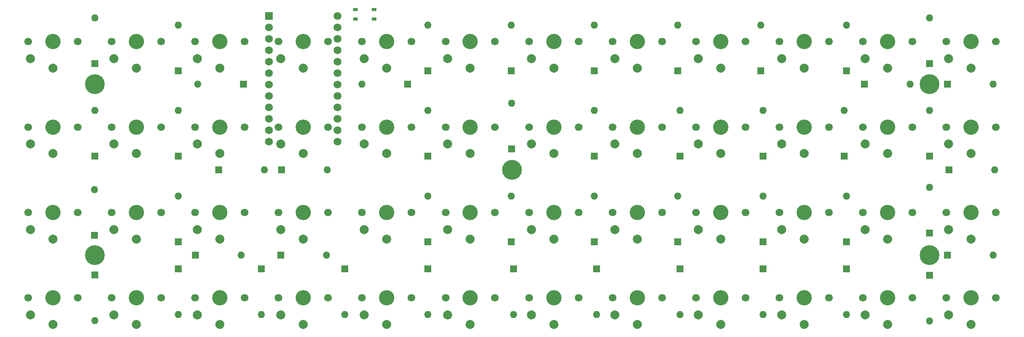
<source format=gbr>
G04 #@! TF.GenerationSoftware,KiCad,Pcbnew,5.1.9*
G04 #@! TF.CreationDate,2021-03-19T21:55:44-07:00*
G04 #@! TF.ProjectId,choc-40,63686f63-2d34-4302-9e6b-696361645f70,rev?*
G04 #@! TF.SameCoordinates,Original*
G04 #@! TF.FileFunction,Soldermask,Bot*
G04 #@! TF.FilePolarity,Negative*
%FSLAX46Y46*%
G04 Gerber Fmt 4.6, Leading zero omitted, Abs format (unit mm)*
G04 Created by KiCad (PCBNEW 5.1.9) date 2021-03-19 21:55:44*
%MOMM*%
%LPD*%
G01*
G04 APERTURE LIST*
%ADD10C,1.700000*%
%ADD11C,2.000000*%
%ADD12C,3.400000*%
%ADD13C,0.700000*%
%ADD14C,4.400000*%
%ADD15O,1.600000X1.600000*%
%ADD16R,1.600000X1.600000*%
%ADD17R,1.050000X0.650000*%
%ADD18C,1.752600*%
%ADD19R,1.752600X1.752600*%
G04 APERTURE END LIST*
D10*
X58831000Y-104202000D03*
X47831000Y-104202000D03*
D11*
X48331000Y-108002000D03*
X53331000Y-110102000D03*
D12*
X53331000Y-104202000D03*
D13*
X249272726Y-74535274D03*
X248106000Y-74052000D03*
X246939274Y-74535274D03*
X246456000Y-75702000D03*
X246939274Y-76868726D03*
X248106000Y-77352000D03*
X249272726Y-76868726D03*
X249756000Y-75702000D03*
D14*
X248106000Y-75702000D03*
X155356000Y-94702000D03*
D13*
X157006000Y-94702000D03*
X156522726Y-95868726D03*
X155356000Y-96352000D03*
X154189274Y-95868726D03*
X153706000Y-94702000D03*
X154189274Y-93535274D03*
X155356000Y-93052000D03*
X156522726Y-93535274D03*
X249272726Y-112535274D03*
X248106000Y-112052000D03*
X246939274Y-112535274D03*
X246456000Y-113702000D03*
X246939274Y-114868726D03*
X248106000Y-115352000D03*
X249272726Y-114868726D03*
X249756000Y-113702000D03*
D14*
X248106000Y-113702000D03*
D13*
X63772726Y-74535274D03*
X62606000Y-74052000D03*
X61439274Y-74535274D03*
X60956000Y-75702000D03*
X61439274Y-76868726D03*
X62606000Y-77352000D03*
X63772726Y-76868726D03*
X64256000Y-75702000D03*
D14*
X62606000Y-75702000D03*
D13*
X63772726Y-112535274D03*
X62606000Y-112052000D03*
X61439274Y-112535274D03*
X60956000Y-113702000D03*
X61439274Y-114868726D03*
X62606000Y-115352000D03*
X63772726Y-114868726D03*
X64256000Y-113702000D03*
D14*
X62606000Y-113702000D03*
D10*
X58831000Y-85202000D03*
X47831000Y-85202000D03*
D11*
X48331000Y-89002000D03*
X53331000Y-91102000D03*
D12*
X53331000Y-85202000D03*
D15*
X262316000Y-113702000D03*
D16*
X252156000Y-113702000D03*
D15*
X262656000Y-94702000D03*
D16*
X252496000Y-94702000D03*
D15*
X262316000Y-75702000D03*
D16*
X252156000Y-75702000D03*
D15*
X243816000Y-75702000D03*
D16*
X233656000Y-75702000D03*
D15*
X248156000Y-128362000D03*
D16*
X248156000Y-118202000D03*
D15*
X248156000Y-98642000D03*
D16*
X248156000Y-108802000D03*
D15*
X248156000Y-81542000D03*
D16*
X248156000Y-91702000D03*
D15*
X248156000Y-60942000D03*
D16*
X248156000Y-71102000D03*
D15*
X229656000Y-126862000D03*
D16*
X229656000Y-116702000D03*
D15*
X229656000Y-100542000D03*
D16*
X229656000Y-110702000D03*
D15*
X229156000Y-81542000D03*
D16*
X229156000Y-91702000D03*
D15*
X229656000Y-62542000D03*
D16*
X229656000Y-72702000D03*
D15*
X211156000Y-126862000D03*
D16*
X211156000Y-116702000D03*
D15*
X211156000Y-100542000D03*
D16*
X211156000Y-110702000D03*
D15*
X211156000Y-81542000D03*
D16*
X211156000Y-91702000D03*
D15*
X210656000Y-62542000D03*
D16*
X210656000Y-72702000D03*
D15*
X192656000Y-126862000D03*
D16*
X192656000Y-116702000D03*
D15*
X192156000Y-100542000D03*
D16*
X192156000Y-110702000D03*
D15*
X192656000Y-81542000D03*
D16*
X192656000Y-91702000D03*
D15*
X192156000Y-62542000D03*
D16*
X192156000Y-72702000D03*
D15*
X174156000Y-126862000D03*
D16*
X174156000Y-116702000D03*
D15*
X173656000Y-100542000D03*
D16*
X173656000Y-110702000D03*
D15*
X173656000Y-81542000D03*
D16*
X173656000Y-91702000D03*
D15*
X173656000Y-62542000D03*
D16*
X173656000Y-72702000D03*
D15*
X155656000Y-126862000D03*
D16*
X155656000Y-116702000D03*
D15*
X155156000Y-100542000D03*
D16*
X155156000Y-110702000D03*
D15*
X155256000Y-79942000D03*
D16*
X155256000Y-90102000D03*
D15*
X155156000Y-62542000D03*
D16*
X155156000Y-72702000D03*
D15*
X136656000Y-126862000D03*
D16*
X136656000Y-116702000D03*
D15*
X136656000Y-100542000D03*
D16*
X136656000Y-110702000D03*
D15*
X136656000Y-81542000D03*
D16*
X136656000Y-91702000D03*
D15*
X136656000Y-62542000D03*
D16*
X136656000Y-72702000D03*
D15*
X118156000Y-126862000D03*
D16*
X118156000Y-116702000D03*
D15*
X114156000Y-113702000D03*
D16*
X103996000Y-113702000D03*
D15*
X114316000Y-94702000D03*
D16*
X104156000Y-94702000D03*
D15*
X121996000Y-75702000D03*
D16*
X132156000Y-75702000D03*
D15*
X99656000Y-126862000D03*
D16*
X99656000Y-116702000D03*
D15*
X95156000Y-113702000D03*
D16*
X84996000Y-113702000D03*
D15*
X100316000Y-94702000D03*
D16*
X90156000Y-94702000D03*
D15*
X85496000Y-75702000D03*
D16*
X95656000Y-75702000D03*
D15*
X81156000Y-126862000D03*
D16*
X81156000Y-116702000D03*
D15*
X81156000Y-100542000D03*
D16*
X81156000Y-110702000D03*
D15*
X81156000Y-81542000D03*
D16*
X81156000Y-91702000D03*
D15*
X81156000Y-62542000D03*
D16*
X81156000Y-72702000D03*
D15*
X62656000Y-128262000D03*
D16*
X62656000Y-118102000D03*
D15*
X62556000Y-99142000D03*
D16*
X62556000Y-109302000D03*
D15*
X62656000Y-81542000D03*
D16*
X62656000Y-91702000D03*
D15*
X62656000Y-60942000D03*
D16*
X62656000Y-71102000D03*
D10*
X95931000Y-66202000D03*
X84931000Y-66202000D03*
D11*
X85431000Y-70002000D03*
X90431000Y-72102000D03*
D12*
X90431000Y-66202000D03*
D17*
X124713000Y-59056000D03*
X120563000Y-59056000D03*
X124713000Y-61206000D03*
X120563000Y-61206000D03*
D18*
X116605500Y-60512000D03*
X101365500Y-88452000D03*
X116605500Y-63052000D03*
X116605500Y-65592000D03*
X116605500Y-68132000D03*
X116605500Y-70672000D03*
X116605500Y-73212000D03*
X116605500Y-75752000D03*
X116605500Y-78292000D03*
X116605500Y-80832000D03*
X116605500Y-83372000D03*
X116605500Y-85912000D03*
X116605500Y-88452000D03*
X101365500Y-85912000D03*
X101365500Y-83372000D03*
X101365500Y-80832000D03*
X101365500Y-78292000D03*
X101365500Y-75752000D03*
X101365500Y-73212000D03*
X101365500Y-70672000D03*
X101365500Y-68132000D03*
X101365500Y-65592000D03*
X101365500Y-63052000D03*
D19*
X101365500Y-60512000D03*
D10*
X262881000Y-123202000D03*
X251881000Y-123202000D03*
D11*
X252381000Y-127002000D03*
X257381000Y-129102000D03*
D12*
X257381000Y-123202000D03*
D10*
X262881000Y-104202000D03*
X251881000Y-104202000D03*
D11*
X252381000Y-108002000D03*
X257381000Y-110102000D03*
D12*
X257381000Y-104202000D03*
D10*
X262881000Y-85202000D03*
X251881000Y-85202000D03*
D11*
X252381000Y-89002000D03*
X257381000Y-91102000D03*
D12*
X257381000Y-85202000D03*
D10*
X262881000Y-66202000D03*
X251881000Y-66202000D03*
D11*
X252381000Y-70002000D03*
X257381000Y-72102000D03*
D12*
X257381000Y-66202000D03*
D10*
X244331000Y-123202000D03*
X233331000Y-123202000D03*
D11*
X233831000Y-127002000D03*
X238831000Y-129102000D03*
D12*
X238831000Y-123202000D03*
D10*
X244331000Y-104202000D03*
X233331000Y-104202000D03*
D11*
X233831000Y-108002000D03*
X238831000Y-110102000D03*
D12*
X238831000Y-104202000D03*
D10*
X244331000Y-85202000D03*
X233331000Y-85202000D03*
D11*
X233831000Y-89002000D03*
X238831000Y-91102000D03*
D12*
X238831000Y-85202000D03*
D10*
X244331000Y-66202000D03*
X233331000Y-66202000D03*
D11*
X233831000Y-70002000D03*
X238831000Y-72102000D03*
D12*
X238831000Y-66202000D03*
D10*
X225781000Y-123202000D03*
X214781000Y-123202000D03*
D11*
X215281000Y-127002000D03*
X220281000Y-129102000D03*
D12*
X220281000Y-123202000D03*
D10*
X225781000Y-104202000D03*
X214781000Y-104202000D03*
D11*
X215281000Y-108002000D03*
X220281000Y-110102000D03*
D12*
X220281000Y-104202000D03*
D10*
X225781000Y-85202000D03*
X214781000Y-85202000D03*
D11*
X215281000Y-89002000D03*
X220281000Y-91102000D03*
D12*
X220281000Y-85202000D03*
D10*
X225781000Y-66202000D03*
X214781000Y-66202000D03*
D11*
X215281000Y-70002000D03*
X220281000Y-72102000D03*
D12*
X220281000Y-66202000D03*
D10*
X207231000Y-123202000D03*
X196231000Y-123202000D03*
D11*
X196731000Y-127002000D03*
X201731000Y-129102000D03*
D12*
X201731000Y-123202000D03*
D10*
X207231000Y-104202000D03*
X196231000Y-104202000D03*
D11*
X196731000Y-108002000D03*
X201731000Y-110102000D03*
D12*
X201731000Y-104202000D03*
D10*
X207231000Y-85202000D03*
X196231000Y-85202000D03*
D11*
X196731000Y-89002000D03*
X201731000Y-91102000D03*
D12*
X201731000Y-85202000D03*
D10*
X207231000Y-66202000D03*
X196231000Y-66202000D03*
D11*
X196731000Y-70002000D03*
X201731000Y-72102000D03*
D12*
X201731000Y-66202000D03*
D10*
X188681000Y-123202000D03*
X177681000Y-123202000D03*
D11*
X178181000Y-127002000D03*
X183181000Y-129102000D03*
D12*
X183181000Y-123202000D03*
D10*
X188681000Y-104202000D03*
X177681000Y-104202000D03*
D11*
X178181000Y-108002000D03*
X183181000Y-110102000D03*
D12*
X183181000Y-104202000D03*
D10*
X188681000Y-85202000D03*
X177681000Y-85202000D03*
D11*
X178181000Y-89002000D03*
X183181000Y-91102000D03*
D12*
X183181000Y-85202000D03*
D10*
X188681000Y-66202000D03*
X177681000Y-66202000D03*
D11*
X178181000Y-70002000D03*
X183181000Y-72102000D03*
D12*
X183181000Y-66202000D03*
D10*
X170131000Y-123202000D03*
X159131000Y-123202000D03*
D11*
X159631000Y-127002000D03*
X164631000Y-129102000D03*
D12*
X164631000Y-123202000D03*
D10*
X170131000Y-104202000D03*
X159131000Y-104202000D03*
D11*
X159631000Y-108002000D03*
X164631000Y-110102000D03*
D12*
X164631000Y-104202000D03*
D10*
X170131000Y-85202000D03*
X159131000Y-85202000D03*
D11*
X159631000Y-89002000D03*
X164631000Y-91102000D03*
D12*
X164631000Y-85202000D03*
D10*
X170131000Y-66202000D03*
X159131000Y-66202000D03*
D11*
X159631000Y-70002000D03*
X164631000Y-72102000D03*
D12*
X164631000Y-66202000D03*
D10*
X151581000Y-123202000D03*
X140581000Y-123202000D03*
D11*
X141081000Y-127002000D03*
X146081000Y-129102000D03*
D12*
X146081000Y-123202000D03*
D10*
X151581000Y-104202000D03*
X140581000Y-104202000D03*
D11*
X141081000Y-108002000D03*
X146081000Y-110102000D03*
D12*
X146081000Y-104202000D03*
D10*
X151581000Y-85202000D03*
X140581000Y-85202000D03*
D11*
X141081000Y-89002000D03*
X146081000Y-91102000D03*
D12*
X146081000Y-85202000D03*
D10*
X151581000Y-66202000D03*
X140581000Y-66202000D03*
D11*
X141081000Y-70002000D03*
X146081000Y-72102000D03*
D12*
X146081000Y-66202000D03*
D10*
X133031000Y-123202000D03*
X122031000Y-123202000D03*
D11*
X122531000Y-127002000D03*
X127531000Y-129102000D03*
D12*
X127531000Y-123202000D03*
D10*
X133031000Y-104202000D03*
X122031000Y-104202000D03*
D11*
X122531000Y-108002000D03*
X127531000Y-110102000D03*
D12*
X127531000Y-104202000D03*
D10*
X133031000Y-85202000D03*
X122031000Y-85202000D03*
D11*
X122531000Y-89002000D03*
X127531000Y-91102000D03*
D12*
X127531000Y-85202000D03*
D10*
X133031000Y-66202000D03*
X122031000Y-66202000D03*
D11*
X122531000Y-70002000D03*
X127531000Y-72102000D03*
D12*
X127531000Y-66202000D03*
D10*
X114481000Y-123202000D03*
X103481000Y-123202000D03*
D11*
X103981000Y-127002000D03*
X108981000Y-129102000D03*
D12*
X108981000Y-123202000D03*
D10*
X114481000Y-104202000D03*
X103481000Y-104202000D03*
D11*
X103981000Y-108002000D03*
X108981000Y-110102000D03*
D12*
X108981000Y-104202000D03*
D10*
X114481000Y-85202000D03*
X103481000Y-85202000D03*
D11*
X103981000Y-89002000D03*
X108981000Y-91102000D03*
D12*
X108981000Y-85202000D03*
D10*
X114481000Y-66202000D03*
X103481000Y-66202000D03*
D11*
X103981000Y-70002000D03*
X108981000Y-72102000D03*
D12*
X108981000Y-66202000D03*
D10*
X95931000Y-123202000D03*
X84931000Y-123202000D03*
D11*
X85431000Y-127002000D03*
X90431000Y-129102000D03*
D12*
X90431000Y-123202000D03*
D10*
X95931000Y-104202000D03*
X84931000Y-104202000D03*
D11*
X85431000Y-108002000D03*
X90431000Y-110102000D03*
D12*
X90431000Y-104202000D03*
D10*
X95931000Y-85202000D03*
X84931000Y-85202000D03*
D11*
X85431000Y-89002000D03*
X90431000Y-91102000D03*
D12*
X90431000Y-85202000D03*
D10*
X77381000Y-123202000D03*
X66381000Y-123202000D03*
D11*
X66881000Y-127002000D03*
X71881000Y-129102000D03*
D12*
X71881000Y-123202000D03*
D10*
X77381000Y-104202000D03*
X66381000Y-104202000D03*
D11*
X66881000Y-108002000D03*
X71881000Y-110102000D03*
D12*
X71881000Y-104202000D03*
D10*
X77381000Y-85202000D03*
X66381000Y-85202000D03*
D11*
X66881000Y-89002000D03*
X71881000Y-91102000D03*
D12*
X71881000Y-85202000D03*
D10*
X77381000Y-66202000D03*
X66381000Y-66202000D03*
D11*
X66881000Y-70002000D03*
X71881000Y-72102000D03*
D12*
X71881000Y-66202000D03*
D10*
X58831000Y-123202000D03*
X47831000Y-123202000D03*
D11*
X48331000Y-127002000D03*
X53331000Y-129102000D03*
D12*
X53331000Y-123202000D03*
D10*
X58831000Y-66202000D03*
X47831000Y-66202000D03*
D11*
X48331000Y-70002000D03*
X53331000Y-72102000D03*
D12*
X53331000Y-66202000D03*
M02*

</source>
